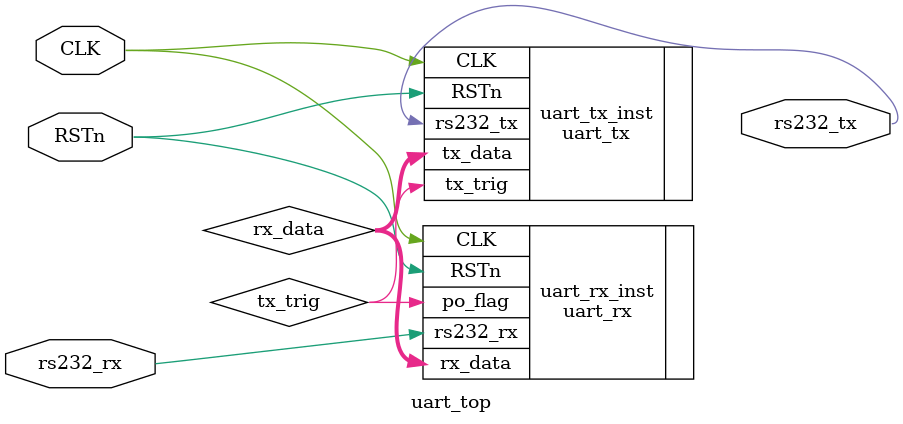
<source format=v>
module uart_top(
	input 		CLK,
	input 		RSTn,
	input 		rs232_rx,
	output    	rs232_tx
);

//***************Main Code*************//
wire [7:0] rx_data;
wire tx_trig;
//reg  rs232_tx_t;



uart_rx uart_rx_inst(.CLK		(CLK		),
					 .RSTn		(RSTn		),
					 .rs232_rx	(rs232_rx	),
					 .rx_data	(rx_data	),
					 .po_flag	(tx_trig	));

uart_tx uart_tx_inst(.CLK		(CLK		),
					 .RSTn		(RSTn		),
					 .tx_data	(rx_data	),
					 .tx_trig	(tx_trig	),
					 .rs232_tx	(rs232_tx 	));

endmodule
</source>
